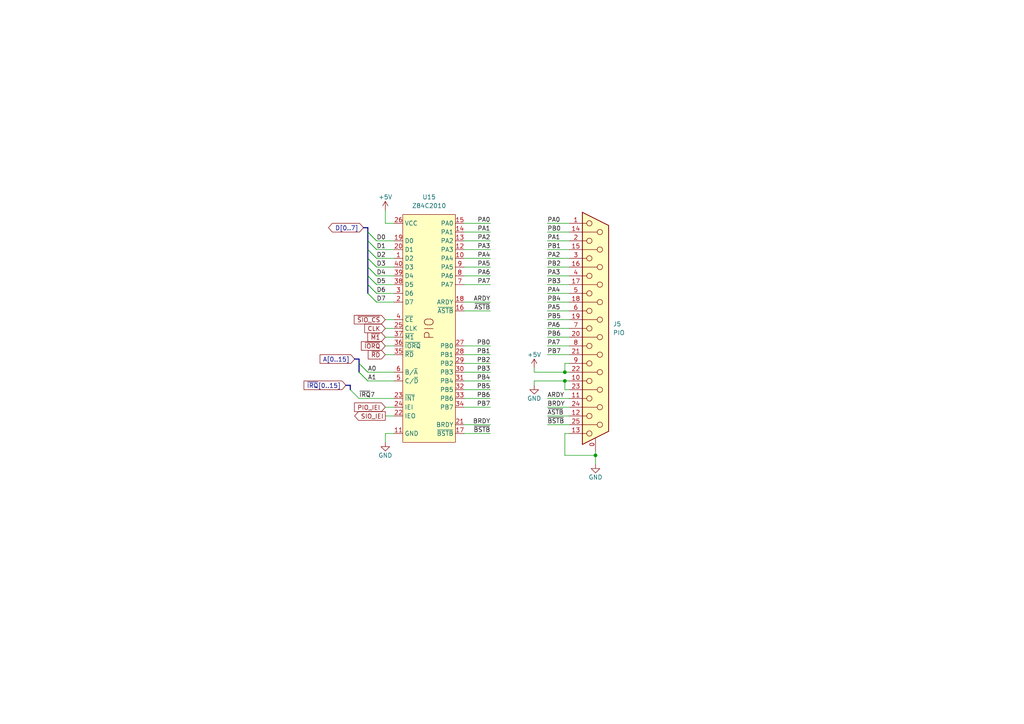
<source format=kicad_sch>
(kicad_sch (version 20230121) (generator eeschema)
  (paper "A4")
  (lib_symbols
    (symbol "+5V_1" (power) (pin_names (offset 0))
      (property "Value" "+5V_1" (at 0 3.556 0))
      (symbol "+5V_1_0_1"
        (polyline (pts (xy -0.762 1.27) (xy 0 2.54)))
        (polyline (pts (xy 0 0) (xy 0 2.54)))
        (polyline (pts (xy 0 2.54) (xy 0.762 1.27)))
      )
      (symbol "+5V_1_1_1"
        (pin power_in line (at 0 0 90) (length 0) hide (name "+5V") (number "1"))
      )
    )
    (symbol "0_Library:Z84C20xx PIO"
      (property "Reference" "U" (at -7.62 1.27 0))
      (property "Value" "Z84C20xx PIO" (at 1.27 1.27 0))
      (symbol "Z84C20xx PIO_0_0"
        (text "PIO" (at 0 -33.02 900) (effects (font (size 2.54 2.54))))
      )
      (symbol "Z84C20xx PIO_0_1"
        (rectangle (start -7.62 0) (end 7.62 -66.04) (stroke (width 0.1524)) (fill (type background)))
      )
      (symbol "Z84C20xx PIO_1_1"
        (pin bidirectional line (at -10.16 -12.7 0) (length 2.54) (name "D2") (number "1"))
        (pin bidirectional line (at 10.16 -12.7 180) (length 2.54) (name "PA4") (number "10"))
        (pin power_in line (at -10.16 -63.5 0) (length 2.54) (name "GND") (number "11"))
        (pin bidirectional line (at 10.16 -10.16 180) (length 2.54) (name "PA3") (number "12"))
        (pin bidirectional line (at 10.16 -7.62 180) (length 2.54) (name "PA2") (number "13"))
        (pin bidirectional line (at 10.16 -5.08 180) (length 2.54) (name "PA1") (number "14"))
        (pin bidirectional line (at 10.16 -2.54 180) (length 2.54) (name "PA0") (number "15"))
        (pin input line (at 10.16 -27.94 180) (length 2.54) (name "~{ASTB}") (number "16"))
        (pin input line (at 10.16 -63.5 180) (length 2.54) (name "~{BSTB}") (number "17"))
        (pin output line (at 10.16 -25.4 180) (length 2.54) (name "ARDY") (number "18"))
        (pin bidirectional line (at -10.16 -7.62 0) (length 2.54) (name "D0") (number "19"))
        (pin bidirectional line (at -10.16 -25.4 0) (length 2.54) (name "D7") (number "2"))
        (pin bidirectional line (at -10.16 -10.16 0) (length 2.54) (name "D1") (number "20"))
        (pin output line (at 10.16 -60.96 180) (length 2.54) (name "BRDY") (number "21"))
        (pin output line (at -10.16 -58.42 0) (length 2.54) (name "IEO") (number "22"))
        (pin open_collector line (at -10.16 -53.34 0) (length 2.54) (name "~{INT}") (number "23"))
        (pin input line (at -10.16 -55.88 0) (length 2.54) (name "IEI") (number "24"))
        (pin input line (at -10.16 -33.02 0) (length 2.54) (name "CLK") (number "25"))
        (pin power_in line (at -10.16 -2.54 0) (length 2.54) (name "VCC") (number "26"))
        (pin bidirectional line (at 10.16 -38.1 180) (length 2.54) (name "PB0") (number "27"))
        (pin bidirectional line (at 10.16 -40.64 180) (length 2.54) (name "PB1") (number "28"))
        (pin bidirectional line (at 10.16 -43.18 180) (length 2.54) (name "PB2") (number "29"))
        (pin bidirectional line (at -10.16 -22.86 0) (length 2.54) (name "D6") (number "3"))
        (pin bidirectional line (at 10.16 -45.72 180) (length 2.54) (name "PB3") (number "30"))
        (pin bidirectional line (at 10.16 -48.26 180) (length 2.54) (name "PB4") (number "31"))
        (pin bidirectional line (at 10.16 -50.8 180) (length 2.54) (name "PB5") (number "32"))
        (pin bidirectional line (at 10.16 -53.34 180) (length 2.54) (name "PB6") (number "33"))
        (pin bidirectional line (at 10.16 -55.88 180) (length 2.54) (name "PB7") (number "34"))
        (pin input line (at -10.16 -40.64 0) (length 2.54) (name "~{RD}") (number "35"))
        (pin input line (at -10.16 -38.1 0) (length 2.54) (name "~{IORQ}") (number "36"))
        (pin input line (at -10.16 -35.56 0) (length 2.54) (name "~{M1}") (number "37"))
        (pin bidirectional line (at -10.16 -20.32 0) (length 2.54) (name "D5") (number "38"))
        (pin bidirectional line (at -10.16 -17.78 0) (length 2.54) (name "D4") (number "39"))
        (pin input line (at -10.16 -30.48 0) (length 2.54) (name "~{CE}") (number "4"))
        (pin bidirectional line (at -10.16 -15.24 0) (length 2.54) (name "D3") (number "40"))
        (pin input line (at -10.16 -48.26 0) (length 2.54) (name "C/~{D}") (number "5"))
        (pin input line (at -10.16 -45.72 0) (length 2.54) (name "B/~{A}") (number "6"))
        (pin bidirectional line (at 10.16 -20.32 180) (length 2.54) (name "PA7") (number "7"))
        (pin bidirectional line (at 10.16 -17.78 180) (length 2.54) (name "PA6") (number "8"))
        (pin bidirectional line (at 10.16 -15.24 180) (length 2.54) (name "PA5") (number "9"))
      )
    )
    (symbol "Connector:DB25_Receptacle_MountingHoles" (pin_names (offset 1.016) hide)
      (property "Reference" "J" (at 0 36.83 0))
      (property "Value" "DB25_Receptacle_MountingHoles" (at 0 34.925 0))
      (symbol "DB25_Receptacle_MountingHoles_0_1"
        (circle (center -1.778 -30.48) (radius 0.762))
        (circle (center -1.778 -25.4) (radius 0.762))
        (circle (center -1.778 -20.32) (radius 0.762))
        (circle (center -1.778 -15.24) (radius 0.762))
        (circle (center -1.778 -10.16) (radius 0.762))
        (circle (center -1.778 -5.08) (radius 0.762))
        (circle (center -1.778 0) (radius 0.762))
        (circle (center -1.778 5.08) (radius 0.762))
        (circle (center -1.778 10.16) (radius 0.762))
        (circle (center -1.778 15.24) (radius 0.762))
        (circle (center -1.778 20.32) (radius 0.762))
        (circle (center -1.778 25.4) (radius 0.762))
        (circle (center -1.778 30.48) (radius 0.762))
        (polyline (pts (xy -3.81 -30.48) (xy -2.54 -30.48)))
        (polyline (pts (xy -3.81 -27.94) (xy 0.508 -27.94)))
        (polyline (pts (xy -3.81 -25.4) (xy -2.54 -25.4)))
        (polyline (pts (xy -3.81 -22.86) (xy 0.508 -22.86)))
        (polyline (pts (xy -3.81 -20.32) (xy -2.54 -20.32)))
        (polyline (pts (xy -3.81 -17.78) (xy 0.508 -17.78)))
        (polyline (pts (xy -3.81 -15.24) (xy -2.54 -15.24)))
        (polyline (pts (xy -3.81 -12.7) (xy 0.508 -12.7)))
        (polyline (pts (xy -3.81 -10.16) (xy -2.54 -10.16)))
        (polyline (pts (xy -3.81 -7.62) (xy 0.508 -7.62)))
        (polyline (pts (xy -3.81 -5.08) (xy -2.54 -5.08)))
        (polyline (pts (xy -3.81 -2.54) (xy 0.508 -2.54)))
        (polyline (pts (xy -3.81 0) (xy -2.54 0)))
        (polyline (pts (xy -3.81 2.54) (xy 0.508 2.54)))
        (polyline (pts (xy -3.81 5.08) (xy -2.54 5.08)))
        (polyline (pts (xy -3.81 7.62) (xy 0.508 7.62)))
        (polyline (pts (xy -3.81 10.16) (xy -2.54 10.16)))
        (polyline (pts (xy -3.81 12.7) (xy 0.508 12.7)))
        (polyline (pts (xy -3.81 15.24) (xy -2.54 15.24)))
        (polyline (pts (xy -3.81 17.78) (xy 0.508 17.78)))
        (polyline (pts (xy -3.81 20.32) (xy -2.54 20.32)))
        (polyline (pts (xy -3.81 22.86) (xy 0.508 22.86)))
        (polyline (pts (xy -3.81 25.4) (xy -2.54 25.4)))
        (polyline (pts (xy -3.81 27.94) (xy 0.508 27.94)))
        (polyline (pts (xy -3.81 30.48) (xy -2.54 30.48)))
        (polyline (pts (xy -3.81 33.655) (xy 3.81 29.845) (xy 3.81 -29.845) (xy -3.81 -33.655) (xy -3.81 33.655)) (stroke (width 0.254)) (fill (type background)))
        (circle (center 1.27 -27.94) (radius 0.762))
        (circle (center 1.27 -22.86) (radius 0.762))
        (circle (center 1.27 -17.78) (radius 0.762))
        (circle (center 1.27 -12.7) (radius 0.762))
        (circle (center 1.27 -7.62) (radius 0.762))
        (circle (center 1.27 -2.54) (radius 0.762))
        (circle (center 1.27 2.54) (radius 0.762))
        (circle (center 1.27 7.62) (radius 0.762))
        (circle (center 1.27 12.7) (radius 0.762))
        (circle (center 1.27 17.78) (radius 0.762))
        (circle (center 1.27 22.86) (radius 0.762))
        (circle (center 1.27 27.94) (radius 0.762))
      )
      (symbol "DB25_Receptacle_MountingHoles_1_1"
        (pin passive line (at 0 -35.56 90) (length 3.81) (name "PAD") (number "0"))
        (pin passive line (at -7.62 30.48 0) (length 3.81) (name "1") (number "1"))
        (pin passive line (at -7.62 -15.24 0) (length 3.81) (name "10") (number "10"))
        (pin passive line (at -7.62 -20.32 0) (length 3.81) (name "11") (number "11"))
        (pin passive line (at -7.62 -25.4 0) (length 3.81) (name "12") (number "12"))
        (pin passive line (at -7.62 -30.48 0) (length 3.81) (name "13") (number "13"))
        (pin passive line (at -7.62 27.94 0) (length 3.81) (name "P14") (number "14"))
        (pin passive line (at -7.62 22.86 0) (length 3.81) (name "P15") (number "15"))
        (pin passive line (at -7.62 17.78 0) (length 3.81) (name "P16") (number "16"))
        (pin passive line (at -7.62 12.7 0) (length 3.81) (name "P17") (number "17"))
        (pin passive line (at -7.62 7.62 0) (length 3.81) (name "P18") (number "18"))
        (pin passive line (at -7.62 2.54 0) (length 3.81) (name "P19") (number "19"))
        (pin passive line (at -7.62 25.4 0) (length 3.81) (name "2") (number "2"))
        (pin passive line (at -7.62 -2.54 0) (length 3.81) (name "P20") (number "20"))
        (pin passive line (at -7.62 -7.62 0) (length 3.81) (name "P21") (number "21"))
        (pin passive line (at -7.62 -12.7 0) (length 3.81) (name "P22") (number "22"))
        (pin passive line (at -7.62 -17.78 0) (length 3.81) (name "P23") (number "23"))
        (pin passive line (at -7.62 -22.86 0) (length 3.81) (name "P24") (number "24"))
        (pin passive line (at -7.62 -27.94 0) (length 3.81) (name "P25") (number "25"))
        (pin passive line (at -7.62 20.32 0) (length 3.81) (name "3") (number "3"))
        (pin passive line (at -7.62 15.24 0) (length 3.81) (name "4") (number "4"))
        (pin passive line (at -7.62 10.16 0) (length 3.81) (name "5") (number "5"))
        (pin passive line (at -7.62 5.08 0) (length 3.81) (name "6") (number "6"))
        (pin passive line (at -7.62 0 0) (length 3.81) (name "7") (number "7"))
        (pin passive line (at -7.62 -5.08 0) (length 3.81) (name "8") (number "8"))
        (pin passive line (at -7.62 -10.16 0) (length 3.81) (name "9") (number "9"))
      )
    )
    (symbol "power:GND" (power) (pin_names (offset 0))
      (property "Value" "GND" (at 0 -3.81 0))
      (symbol "GND_0_1"
        (polyline (pts (xy 0 0) (xy 0 -1.27) (xy 1.27 -1.27) (xy 0 -2.54) (xy -1.27 -1.27) (xy 0 -1.27)))
      )
      (symbol "GND_1_1"
        (pin power_in line (at 0 0 270) (length 0) hide (name "GND") (number "1"))
      )
    )
  )
  (junction (at 163.83 107.95))
  (junction (at 163.83 110.49))
  (junction (at 172.72 132.08))
  (bus_entry (at 106.68 77.47) (size 2.54 2.54))
  (bus_entry (at 106.68 74.93) (size 2.54 2.54))
  (bus_entry (at 106.68 72.39) (size 2.54 2.54))
  (bus_entry (at 104.14 107.95) (size 2.54 2.54))
  (bus_entry (at 106.68 67.31) (size 2.54 2.54))
  (bus_entry (at 106.68 82.55) (size 2.54 2.54))
  (bus_entry (at 106.68 85.09) (size 2.54 2.54))
  (bus_entry (at 106.68 69.85) (size 2.54 2.54))
  (bus_entry (at 106.68 77.47) (size 2.54 2.54))
  (bus_entry (at 104.14 105.41) (size 2.54 2.54))
  (bus_entry (at 104.14 105.41) (size 2.54 2.54))
  (bus_entry (at 106.68 69.85) (size 2.54 2.54))
  (bus_entry (at 106.68 72.39) (size 2.54 2.54))
  (bus_entry (at 106.68 82.55) (size 2.54 2.54))
  (bus_entry (at 104.14 107.95) (size 2.54 2.54))
  (bus_entry (at 106.68 74.93) (size 2.54 2.54))
  (bus_entry (at 106.68 80.01) (size 2.54 2.54))
  (bus_entry (at 101.6 113.03) (size 2.54 2.54))
  (bus_entry (at 106.68 67.31) (size 2.54 2.54))
  (bus_entry (at 106.68 85.09) (size 2.54 2.54))
  (bus_entry (at 106.68 80.01) (size 2.54 2.54))
  (wire (pts (xy 158.75 80.01) (xy 165.1 80.01)))
  (wire (pts (xy 134.62 115.57) (xy 142.24 115.57)))
  (wire (pts (xy 158.75 87.63) (xy 165.1 87.63)))
  (wire (pts (xy 109.22 82.55) (xy 114.3 82.55)))
  (wire (pts (xy 172.72 134.62) (xy 172.72 132.08)))
  (wire (pts (xy 163.83 105.41) (xy 163.83 107.95)))
  (wire (pts (xy 134.62 110.49) (xy 142.24 110.49)))
  (wire (pts (xy 109.22 72.39) (xy 114.3 72.39)))
  (wire (pts (xy 111.76 125.73) (xy 114.3 125.73)))
  (wire (pts (xy 158.75 95.25) (xy 165.1 95.25)))
  (bus (pts (xy 104.14 107.95) (xy 104.14 105.41)))
  (wire (pts (xy 111.76 118.11) (xy 114.3 118.11)))
  (wire (pts (xy 104.14 115.57) (xy 114.3 115.57)))
  (wire (pts (xy 111.76 125.73) (xy 111.76 128.27)))
  (wire (pts (xy 158.75 77.47) (xy 165.1 77.47)))
  (wire (pts (xy 158.75 64.77) (xy 165.1 64.77)))
  (wire (pts (xy 134.62 125.73) (xy 142.24 125.73)))
  (wire (pts (xy 134.62 105.41) (xy 142.24 105.41)))
  (wire (pts (xy 109.22 69.85) (xy 114.3 69.85)))
  (bus (pts (xy 106.68 85.09) (xy 106.68 82.55)))
  (wire (pts (xy 163.83 110.49) (xy 163.83 113.03)))
  (wire (pts (xy 111.76 120.65) (xy 114.3 120.65)))
  (wire (pts (xy 134.62 72.39) (xy 142.24 72.39)))
  (wire (pts (xy 134.62 113.03) (xy 142.24 113.03)))
  (bus (pts (xy 106.68 67.31) (xy 106.68 66.04)))
  (bus (pts (xy 106.68 69.85) (xy 106.68 67.31)))
  (wire (pts (xy 106.68 107.95) (xy 114.3 107.95)))
  (bus (pts (xy 106.68 82.55) (xy 106.68 80.01)))
  (wire (pts (xy 109.22 80.01) (xy 114.3 80.01)))
  (wire (pts (xy 154.94 110.49) (xy 154.94 111.76)))
  (wire (pts (xy 134.62 90.17) (xy 142.24 90.17)))
  (wire (pts (xy 111.76 92.71) (xy 114.3 92.71)))
  (wire (pts (xy 109.22 74.93) (xy 114.3 74.93)))
  (wire (pts (xy 154.94 107.95) (xy 163.83 107.95)))
  (wire (pts (xy 134.62 100.33) (xy 142.24 100.33)))
  (wire (pts (xy 134.62 69.85) (xy 142.24 69.85)))
  (wire (pts (xy 154.94 110.49) (xy 163.83 110.49)))
  (wire (pts (xy 163.83 125.73) (xy 165.1 125.73)))
  (bus (pts (xy 106.68 72.39) (xy 106.68 69.85)))
  (bus (pts (xy 106.68 80.01) (xy 106.68 77.47)))
  (wire (pts (xy 134.62 67.31) (xy 142.24 67.31)))
  (wire (pts (xy 163.83 132.08) (xy 163.83 125.73)))
  (wire (pts (xy 109.22 77.47) (xy 114.3 77.47)))
  (wire (pts (xy 158.75 67.31) (xy 165.1 67.31)))
  (wire (pts (xy 158.75 92.71) (xy 165.1 92.71)))
  (wire (pts (xy 154.94 106.68) (xy 154.94 107.95)))
  (wire (pts (xy 134.62 77.47) (xy 142.24 77.47)))
  (wire (pts (xy 172.72 132.08) (xy 163.83 132.08)))
  (wire (pts (xy 111.76 100.33) (xy 114.3 100.33)))
  (wire (pts (xy 158.75 74.93) (xy 165.1 74.93)))
  (bus (pts (xy 101.6 113.03) (xy 101.6 111.76)))
  (wire (pts (xy 165.1 113.03) (xy 163.83 113.03)))
  (bus (pts (xy 100.33 111.76) (xy 101.6 111.76)))
  (wire (pts (xy 134.62 87.63) (xy 142.24 87.63)))
  (bus (pts (xy 106.68 74.93) (xy 106.68 72.39)))
  (wire (pts (xy 165.1 105.41) (xy 163.83 105.41)))
  (wire (pts (xy 158.75 120.65) (xy 165.1 120.65)))
  (wire (pts (xy 111.76 102.87) (xy 114.3 102.87)))
  (wire (pts (xy 134.62 123.19) (xy 142.24 123.19)))
  (wire (pts (xy 158.75 85.09) (xy 165.1 85.09)))
  (wire (pts (xy 158.75 69.85) (xy 165.1 69.85)))
  (wire (pts (xy 134.62 118.11) (xy 142.24 118.11)))
  (wire (pts (xy 163.83 110.49) (xy 165.1 110.49)))
  (wire (pts (xy 106.68 110.49) (xy 114.3 110.49)))
  (wire (pts (xy 134.62 74.93) (xy 142.24 74.93)))
  (bus (pts (xy 104.14 105.41) (xy 104.14 104.14)))
  (wire (pts (xy 134.62 82.55) (xy 142.24 82.55)))
  (wire (pts (xy 163.83 107.95) (xy 165.1 107.95)))
  (wire (pts (xy 158.75 100.33) (xy 165.1 100.33)))
  (bus (pts (xy 106.68 77.47) (xy 106.68 74.93)))
  (wire (pts (xy 158.75 82.55) (xy 165.1 82.55)))
  (bus (pts (xy 102.87 104.14) (xy 104.14 104.14)))
  (wire (pts (xy 134.62 80.01) (xy 142.24 80.01)))
  (wire (pts (xy 109.22 85.09) (xy 114.3 85.09)))
  (wire (pts (xy 158.75 97.79) (xy 165.1 97.79)))
  (wire (pts (xy 134.62 107.95) (xy 142.24 107.95)))
  (wire (pts (xy 111.76 97.79) (xy 114.3 97.79)))
  (wire (pts (xy 134.62 64.77) (xy 142.24 64.77)))
  (wire (pts (xy 158.75 118.11) (xy 165.1 118.11)))
  (wire (pts (xy 172.72 132.08) (xy 172.72 130.81)))
  (wire (pts (xy 158.75 102.87) (xy 165.1 102.87)))
  (wire (pts (xy 134.62 102.87) (xy 142.24 102.87)))
  (wire (pts (xy 111.76 60.96) (xy 111.76 64.77)))
  (bus (pts (xy 105.41 66.04) (xy 106.68 66.04)))
  (wire (pts (xy 158.75 115.57) (xy 165.1 115.57)))
  (wire (pts (xy 109.22 87.63) (xy 114.3 87.63)))
  (wire (pts (xy 158.75 72.39) (xy 165.1 72.39)))
  (wire (pts (xy 114.3 64.77) (xy 111.76 64.77)))
  (wire (pts (xy 111.76 95.25) (xy 114.3 95.25)))
  (wire (pts (xy 158.75 90.17) (xy 165.1 90.17)))
  (wire (pts (xy 158.75 123.19) (xy 165.1 123.19)))
  (label "PA4" (at 158.75 85.09 0))
  (label "PA4" (at 142.24 74.93 180))
  (label "D5" (at 109.22 82.55 0))
  (label "~{ASTB}" (at 142.24 90.17 180))
  (label "PB4" (at 142.24 110.49 180))
  (label "PA0" (at 142.24 64.77 180))
  (label "D1" (at 109.22 72.39 0))
  (label "~{BSTB}" (at 142.24 125.73 180))
  (label "PB2" (at 158.75 77.47 0))
  (label "PB3" (at 158.75 82.55 0))
  (label "PB3" (at 142.24 107.95 180))
  (label "PB5" (at 158.75 92.71 0))
  (label "A0" (at 106.68 107.95 0))
  (label "PA7" (at 158.75 100.33 0))
  (label "PB5" (at 142.24 113.03 180))
  (label "BRDY" (at 158.75 118.11 0))
  (label "PB6" (at 158.75 97.79 0))
  (label "~{ASTB}" (at 158.75 120.65 0))
  (label "D6" (at 109.22 85.09 0))
  (label "PB1" (at 158.75 72.39 0))
  (label "PB1" (at 142.24 102.87 180))
  (label "D4" (at 109.22 80.01 0))
  (label "PB0" (at 158.75 67.31 0))
  (label "BRDY" (at 142.24 123.19 180))
  (label "PB0" (at 142.24 100.33 180))
  (label "PA1" (at 142.24 67.31 180))
  (label "PA2" (at 142.24 69.85 180))
  (label "PA0" (at 158.75 64.77 0))
  (label "PB2" (at 142.24 105.41 180))
  (label "~{BSTB}" (at 158.75 123.19 0))
  (label "D3" (at 109.22 77.47 0))
  (label "PA3" (at 158.75 80.01 0))
  (label "A1" (at 106.68 110.49 0))
  (label "PA5" (at 158.75 90.17 0))
  (label "PB7" (at 142.24 118.11 180))
  (label "PA5" (at 142.24 77.47 180))
  (label "PA6" (at 142.24 80.01 180))
  (label "D0" (at 109.22 69.85 0))
  (label "ARDY" (at 142.24 87.63 180))
  (label "~{IRQ}7" (at 104.14 115.57 0))
  (label "PA1" (at 158.75 69.85 0))
  (label "PB7" (at 158.75 102.87 0))
  (label "PA2" (at 158.75 74.93 0))
  (label "ARDY" (at 158.75 115.57 0))
  (label "D7" (at 109.22 87.63 0))
  (label "PB6" (at 142.24 115.57 180))
  (label "PA7" (at 142.24 82.55 180))
  (label "D2" (at 109.22 74.93 0))
  (label "PA3" (at 142.24 72.39 180))
  (label "PB4" (at 158.75 87.63 0))
  (label "PA6" (at 158.75 95.25 0))
  (global_label "~{IORQ}" (shape input) (at 111.76 100.33 180) (property "Intersheetrefs" "${INTERSHEET_REFS}" (effects hide)))
  (global_label "A[0..15]" (shape input) (at 102.87 104.14 180) (property "Intersheetrefs" "${INTERSHEET_REFS}" (effects hide)))
  (global_label "~{SIO_CS}" (shape input) (at 111.76 92.71 180) (property "Intersheetrefs" "${INTERSHEET_REFS}" (effects hide)))
  (global_label "D[0..7]" (shape bidirectional) (at 105.41 66.04 180) (property "Intersheetrefs" "${INTERSHEET_REFS}" (effects hide)))
  (global_label "SIO_IEI" (shape output) (at 111.76 120.65 180) (property "Intersheetrefs" "${INTERSHEET_REFS}" (effects hide)))
  (global_label "PIO_IEI" (shape input) (at 111.76 118.11 180) (property "Intersheetrefs" "${INTERSHEET_REFS}" (effects hide)))
  (global_label "CLK" (shape input) (at 111.76 95.25 180) (property "Intersheetrefs" "${INTERSHEET_REFS}" (effects hide)))
  (global_label "~{M1}" (shape input) (at 111.76 97.79 180) (property "Intersheetrefs" "${INTERSHEET_REFS}" (effects hide)))
  (global_label "~{RD}" (shape input) (at 111.76 102.87 180) (property "Intersheetrefs" "${INTERSHEET_REFS}" (effects hide)))
  (global_label "~{IRQ}[0..15]" (shape input) (at 100.33 111.76 180) (property "Intersheetrefs" "${INTERSHEET_REFS}" (effects hide)))
  (symbol (lib_id "power:GND") (at 111.76 128.27 0) (unit 1)
    (property "Reference" "#PWR021" (effects hide))
    (property "Value" "GND" (at 111.76 132.08 0))
  )
  (symbol (lib_id "power:GND") (at 172.72 134.62 0) (unit 1)
    (property "Reference" "#PWR076" (effects hide))
    (property "Value" "GND" (at 172.72 138.43 0))
  )
  (symbol (lib_name "+5V_1") (lib_id "power:+5V") (at 111.76 60.96 0) (unit 1)
    (property "Reference" "#PWR?" (effects hide))
    (property "Value" "+5V" (at 111.76 57.15 0))
    (instances (project "1 - Main CPU board with basic peripherals (rev5)" (path "" (reference "#PWR?") (unit 1))) (project "2 - CPU and memory card with the essential peripherals" (path "" (reference "#PWR?") (unit 1))) (project "3 - Quad Serial card v3" (path "" (reference "#PWR?") (unit 1)) (path "" (reference "#PWR?") (unit 1))) (project "2 - CPU and core components (Rev 2)" (path "" (reference "#PWR?") (unit 1)) (path "" (reference "#PWR073") (unit 1))))
  )
  (symbol (lib_id "Connector:DB25_Receptacle_MountingHoles") (at 172.72 95.25 0) (unit 1)
    (property "Reference" "J5" (at 177.8 93.98 0) (effects (justify left)))
    (property "Value" "PIO" (at 177.8 96.52 0) (effects (justify left)))
    (property "Footprint" "Connector_Dsub:DSUB-25_Female_Horizontal_P2.77x2.84mm_EdgePinOffset7.70mm_Housed_MountingHolesOffset9.12mm" (effects hide))
    (property "Datasheet" " ~" (effects hide))
  )
  (symbol (lib_id "power:GND") (at 154.94 111.76 0) (unit 1)
    (property "Reference" "#PWR075" (effects hide))
    (property "Value" "GND" (at 154.94 115.57 0))
  )
  (symbol (lib_name "+5V_1") (lib_id "power:+5V") (at 154.94 106.68 0) (unit 1)
    (property "Reference" "#PWR?" (effects hide))
    (property "Value" "+5V" (at 154.94 102.87 0))
    (instances (project "1 - Main CPU board with basic peripherals (rev5)" (path "" (reference "#PWR?") (unit 1))) (project "2 - CPU and memory card with the essential peripherals" (path "" (reference "#PWR?") (unit 1))) (project "3 - Quad Serial card v3" (path "" (reference "#PWR?") (unit 1)) (path "" (reference "#PWR?") (unit 1))) (project "2 - CPU and core components (Rev 2)" (path "" (reference "#PWR?") (unit 1)) (path "" (reference "#PWR074") (unit 1))))
  )
  (symbol (lib_id "0_Library:Z84C20xx PIO") (at 124.46 62.23 0) (unit 1)
    (property "Reference" "U15" (at 124.46 57.15 0))
    (property "Value" "Z84C2010" (at 124.46 59.69 0))
    (property "Footprint" "Package_DIP:DIP-40_W15.24mm_Socket" (effects hide))
    (property "Datasheet" "https://www.mouser.ca/datasheet/2/240/zilgs00978_1-2584731.pdf" (effects hide))
  )
)
</source>
